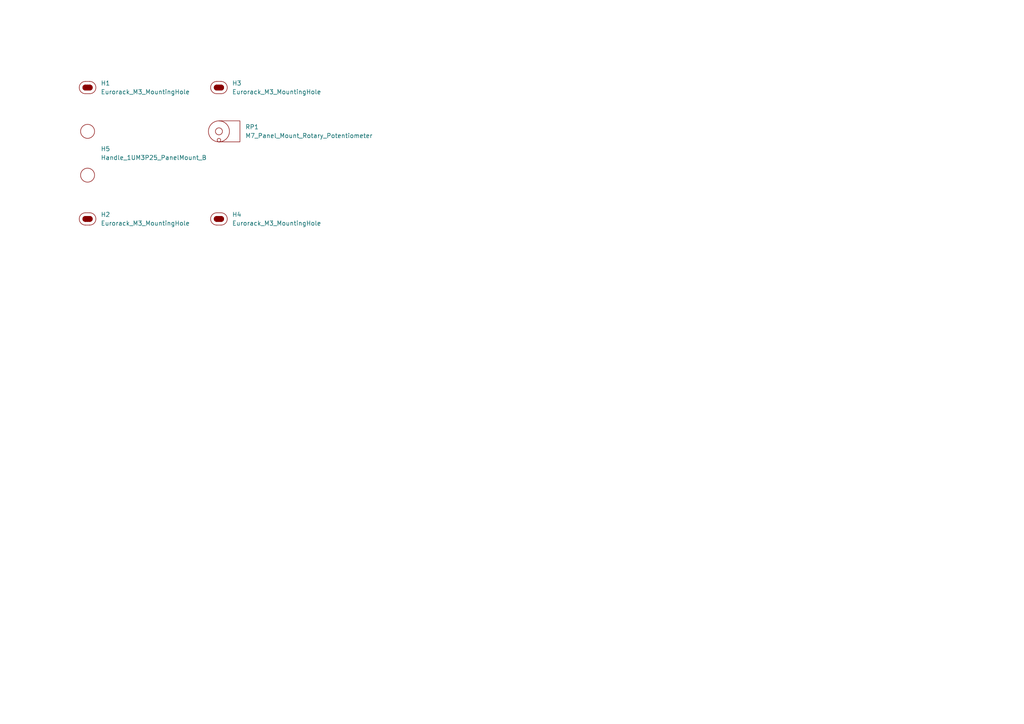
<source format=kicad_sch>
(kicad_sch (version 20250114) (generator "eeschema") (generator_version "9.0")
  (paper "A4")
  (lib_symbols
    (symbol "EXC:Eurorack_M3_MountingHole" (pin_names (offset 1.016))
      (property "Reference" "H" (at 0 5.08 0))
      (property "Value" "Eurorack_M3_MountingHole" (at 0 3.175 0))
      (symbol "Eurorack_M3_MountingHole_0_1"
        (polyline (pts (xy -0.635 0.762) (xy 0.635 0.762)))
        (circle (center -0.635 0) (radius 0.762) (fill (type outline)))
        (arc (start -0.635 -0.762) (mid -1.397 0) (end -0.635 0.762))
        (arc (start -0.635 -1.778) (mid -2.413 0) (end -0.635 1.778))
        (polyline (pts (xy -0.635 -0.762) (xy 0.635 -0.762)))
        (polyline (pts (xy -0.635 -1.778) (xy 0.635 -1.778)))
        (circle (center 0 0) (radius 0.762) (fill (type outline)))
        (polyline (pts (xy 0.635 1.778) (xy -0.635 1.778)))
        (arc (start 0.6141 1.778) (mid 2.4131 0) (end 0.6141 -1.778))
        (arc (start 0.6227 0.762) (mid 1.3971 0) (end 0.6227 -0.762))
        (circle (center 0.635 0) (radius 0.762) (fill (type outline)))
      )
    )
    (symbol "EXC:Handle_1UM3P25_B"
      (property "Reference" "H" (at 0 -6.35 0))
      (property "Value" "Handle_1UM3P25_PanelMount_B" (at 0.254 -17.018 0))
      (symbol "Handle_1UM3P25_B_0_1"
        (circle (center 0 0) (radius 2.032))
        (circle (center 0 -12.7) (radius 2.032))
      )
    )
    (symbol "EXC:Rotary_Potentiometer_M7_Panel_Mount"
      (property "Reference" "RP" (at 0 4.064 0))
      (property "Value" "M7_Panel_Mount_Rotary_Potentiometer" (at 0 -4.318 0))
      (symbol "Rotary_Potentiometer_M7_Panel_Mount_0_1"
        (polyline (pts (xy 0 3.048) (xy 6.096 3.048) (xy 6.096 -3.048) (xy 0 -3.048)))
        (circle (center 0 0) (radius 1.016))
        (circle (center 0 0) (radius 3.048))
        (circle (center 0 -2.54) (radius 0.508))
      )
    )
  )
  (symbol (lib_id "EXC:Eurorack_M3_MountingHole") (at 63.5 25.4 0) (unit 1)
    (property "Reference" "H3" (at 67.31 24.1299 0) (effects (justify left)))
    (property "Value" "Eurorack_M3_MountingHole" (at 67.31 26.6699 0) (effects (justify left)))
    (property "Footprint" "EXC:MountingHole_3.2mm_M3" (effects (hide yes)))
    (property "Description" "Mounting Hole without connection" (effects (hide yes)))
  )
  (symbol (lib_id "EXC:Eurorack_M3_MountingHole") (at 63.5 63.5 0) (unit 1)
    (property "Reference" "H4" (at 67.31 62.2299 0) (effects (justify left)))
    (property "Value" "Eurorack_M3_MountingHole" (at 67.31 64.7699 0) (effects (justify left)))
    (property "Footprint" "EXC:MountingHole_3.2mm_M3" (effects (hide yes)))
    (property "Description" "Mounting Hole without connection" (effects (hide yes)))
  )
  (symbol (lib_id "EXC:Handle_1UM3P25_B") (at 25.4 38.1 0) (unit 1)
    (property "Reference" "H5" (at 29.21 43.1799 0) (effects (justify left)))
    (property "Value" "Handle_1UM3P25_PanelMount_B" (at 29.21 45.7199 0) (effects (justify left)))
    (property "Footprint" "EXC:Handle_1UM3P25_B" (effects (hide yes)))
  )
  (symbol (lib_id "EXC:Rotary_Potentiometer_M7_Panel_Mount") (at 63.5 38.1 0) (unit 1)
    (property "Reference" "RP1" (at 71.12 36.8299 0) (effects (justify left)))
    (property "Value" "M7_Panel_Mount_Rotary_Potentiometer" (at 71.12 39.3699 0) (effects (justify left)))
    (property "Footprint" "EXC:Rotary_Potentiometer_M7_Panel_Mount" (effects (hide yes)))
    (property "Datasheet" "https://cdn-shop.adafruit.com/product-files/562/p160.pdf" (effects (hide yes)))
    (property "Description" "An M7 panel-mounted linear potentiometer" (effects (hide yes)))
    (property "Source" "https://www.adafruit.com/product/562" (effects (hide yes)))
  )
  (symbol (lib_id "EXC:Eurorack_M3_MountingHole") (at 25.4 25.4 0) (unit 1)
    (property "Reference" "H1" (at 29.21 24.1299 0) (effects (justify left)))
    (property "Value" "Eurorack_M3_MountingHole" (at 29.21 26.6699 0) (effects (justify left)))
    (property "Footprint" "EXC:MountingHole_3.2mm_M3" (effects (hide yes)))
    (property "Description" "Mounting Hole without connection" (effects (hide yes)))
  )
  (symbol (lib_id "EXC:Eurorack_M3_MountingHole") (at 25.4 63.5 0) (unit 1)
    (property "Reference" "H2" (at 29.21 62.2299 0) (effects (justify left)))
    (property "Value" "Eurorack_M3_MountingHole" (at 29.21 64.7699 0) (effects (justify left)))
    (property "Footprint" "EXC:MountingHole_3.2mm_M3" (effects (hide yes)))
    (property "Description" "Mounting Hole without connection" (effects (hide yes)))
  )
)
</source>
